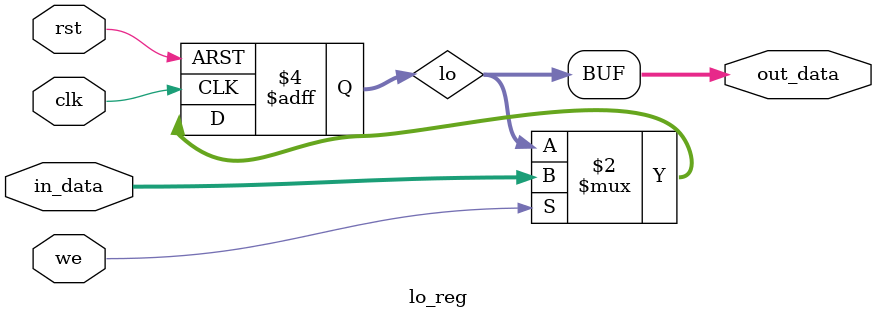
<source format=v>
`timescale 1ns / 1ps
module lo_reg(
    input clk,
    input rst,
    input we,
    input [31:0] in_data,
    output [31:0] out_data
    );
    
    reg [31:0]lo;
    always @ (posedge clk or posedge rst) 
    begin
        if (rst) 
        begin
        lo<=32'b0;
        end
        else
        if(we)
        begin
        lo<=in_data;
        end
     end
     assign out_data=lo;
endmodule

</source>
